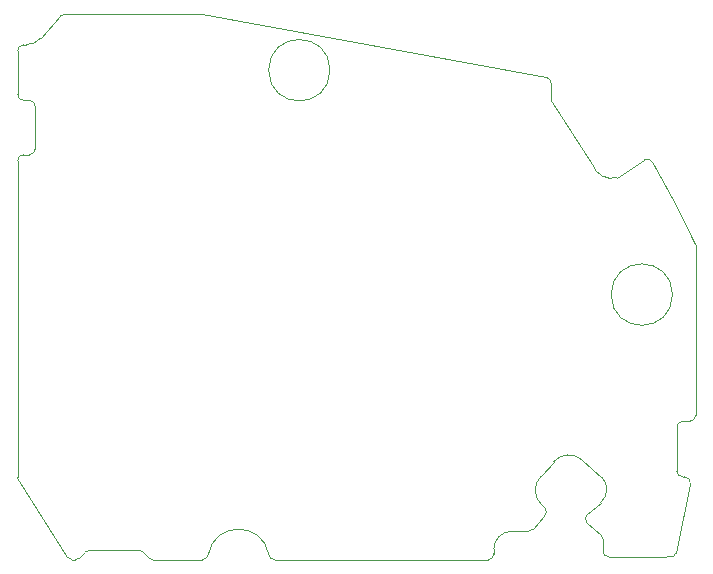
<source format=gbr>
%TF.GenerationSoftware,KiCad,Pcbnew,(6.0.6)*%
%TF.CreationDate,2023-05-08T04:54:07+09:00*%
%TF.ProjectId,128KB_64pin_Touch_R_halfduplex_x2,3132384b-425f-4363-9470-696e5f546f75,rev?*%
%TF.SameCoordinates,Original*%
%TF.FileFunction,Profile,NP*%
%FSLAX46Y46*%
G04 Gerber Fmt 4.6, Leading zero omitted, Abs format (unit mm)*
G04 Created by KiCad (PCBNEW (6.0.6)) date 2023-05-08 04:54:07*
%MOMM*%
%LPD*%
G01*
G04 APERTURE LIST*
%TA.AperFunction,Profile*%
%ADD10C,0.100000*%
%TD*%
G04 APERTURE END LIST*
D10*
X159157319Y-126440821D02*
X159157319Y-126840821D01*
X174614030Y-126734211D02*
X175805030Y-120926211D01*
X140123415Y-126924720D02*
G75*
G03*
X134979961Y-126941263I-2570365J-431710D01*
G01*
X163437338Y-123649209D02*
X162463338Y-124769209D01*
X174298906Y-104891635D02*
G75*
G03*
X174298906Y-104891635I-2600000J0D01*
G01*
X118845977Y-120362157D02*
X118845977Y-93542157D01*
X168398904Y-125604635D02*
G75*
G03*
X168231088Y-125230930I-499704J135D01*
G01*
X175155977Y-120322157D02*
X175315977Y-120322157D01*
X124923687Y-126536566D02*
X129109687Y-126536566D01*
X134457790Y-127336514D02*
G75*
G03*
X134979961Y-126941263I30910J501714D01*
G01*
X119345977Y-83742177D02*
G75*
G03*
X118845977Y-84242157I23J-500023D01*
G01*
X167034088Y-124189930D02*
X168231088Y-125230930D01*
X119845977Y-93042177D02*
G75*
G03*
X120345977Y-92542157I23J499977D01*
G01*
X129970251Y-127190002D02*
G75*
G03*
X130323793Y-127336460I353549J353502D01*
G01*
X171891938Y-93496896D02*
X169601938Y-94983896D01*
X118845977Y-87942157D02*
X118845977Y-84242157D01*
X120346043Y-88942157D02*
G75*
G03*
X119845977Y-88442157I-500043J-43D01*
G01*
X163174535Y-120252213D02*
X164224535Y-119045213D01*
X168358710Y-120384796D02*
X166622710Y-118875796D01*
X168898906Y-127091635D02*
X173263906Y-127091635D01*
X123464581Y-127336460D02*
X123709581Y-127336460D01*
X162083319Y-124940784D02*
G75*
G03*
X162463338Y-124769209I881J504684D01*
G01*
X167513990Y-93828190D02*
G75*
G03*
X169601938Y-94983896I1621810J466090D01*
G01*
X120345977Y-92542157D02*
X120345977Y-88942157D01*
X176255998Y-115120208D02*
X176255998Y-100673208D01*
X119345977Y-83742157D02*
X119543977Y-83742157D01*
X130323793Y-127336460D02*
X134457793Y-127336460D01*
X175805007Y-120926206D02*
G75*
G03*
X175315977Y-120322157I-489107J104006D01*
G01*
X163437308Y-123649175D02*
G75*
G03*
X163483881Y-122941000I-330808J377375D01*
G01*
X122813494Y-81150000D02*
X134426494Y-81150000D01*
X140616319Y-127340821D02*
X158657319Y-127340821D01*
X134426494Y-81150000D02*
X163597494Y-86485000D01*
X123043957Y-127106862D02*
G75*
G03*
X123464581Y-127336460I420443J270162D01*
G01*
X176256001Y-100673207D02*
G75*
G03*
X172614255Y-93690437I-81786601J-38213393D01*
G01*
X122813494Y-81150023D02*
G75*
G03*
X122435977Y-81322157I106J-500277D01*
G01*
X160657319Y-124940821D02*
X162083319Y-124940821D01*
X174655977Y-119822157D02*
X174655977Y-116122157D01*
X120828807Y-83157661D02*
X122435977Y-81322157D01*
X145298906Y-85891635D02*
G75*
G03*
X145298906Y-85891635I-2600000J0D01*
G01*
X173263906Y-127091635D02*
X174378906Y-127059635D01*
X167513970Y-93828195D02*
X164093970Y-88562195D01*
X164011830Y-86977606D02*
G75*
G03*
X163597494Y-86485000I-500230J-194D01*
G01*
X119345977Y-93042157D02*
X119845977Y-93042157D01*
X124063134Y-127190013D02*
X124570134Y-126683013D01*
X167081331Y-123482512D02*
X168213331Y-122498512D01*
X168213297Y-122498474D02*
G75*
G03*
X168358710Y-120384796I-985997J1129674D01*
G01*
X118845978Y-120362157D02*
G75*
G03*
X118926978Y-120634994I499522J-143D01*
G01*
X140123403Y-126924722D02*
G75*
G03*
X140616319Y-127340821I493097J84122D01*
G01*
X158657319Y-127340819D02*
G75*
G03*
X159157319Y-126840821I-19J500019D01*
G01*
X119345977Y-93042177D02*
G75*
G03*
X118845977Y-93542157I23J-500023D01*
G01*
X168398906Y-126591635D02*
X168398906Y-125604635D01*
X129463240Y-126683013D02*
X129970240Y-127190013D01*
X124923687Y-126536567D02*
G75*
G03*
X124570134Y-126683013I13J-500033D01*
G01*
X123709581Y-127336458D02*
G75*
G03*
X124063134Y-127190013I19J499958D01*
G01*
X175155977Y-115622177D02*
G75*
G03*
X174655977Y-116122157I23J-500023D01*
G01*
X119845977Y-88442157D02*
X119345977Y-88442157D01*
X168398865Y-126591635D02*
G75*
G03*
X168898906Y-127091635I500035J35D01*
G01*
X118846043Y-87942157D02*
G75*
G03*
X119345977Y-88442157I499957J-43D01*
G01*
X172614210Y-93690459D02*
G75*
G03*
X171891938Y-93496896I-446310J-221041D01*
G01*
X119543977Y-83742147D02*
G75*
G03*
X120828807Y-83157661I2623J1698647D01*
G01*
X164011823Y-86977606D02*
X164011823Y-88287606D01*
X175755998Y-115620198D02*
G75*
G03*
X176255998Y-115120208I2J499998D01*
G01*
X163483881Y-122941000D02*
X163257881Y-122744000D01*
X174656043Y-119822157D02*
G75*
G03*
X175155977Y-120322157I499957J-43D01*
G01*
X118926978Y-120634994D02*
X123043992Y-127106839D01*
X167081293Y-123482468D02*
G75*
G03*
X167034088Y-124189930I330107J-377332D01*
G01*
X163174483Y-120252161D02*
G75*
G03*
X163257881Y-122744000I1197417J-1207239D01*
G01*
X129463254Y-126682999D02*
G75*
G03*
X129109687Y-126536566I-353554J-353601D01*
G01*
X160657319Y-124940819D02*
G75*
G03*
X159157319Y-126440821I-19J-1499981D01*
G01*
X166622681Y-118875829D02*
G75*
G03*
X164224535Y-119045213I-1114381J-1283771D01*
G01*
X174378920Y-127059658D02*
G75*
G03*
X174614030Y-126734211I-255820J432458D01*
G01*
X164011849Y-88287606D02*
G75*
G03*
X164093970Y-88562195I500151J6D01*
G01*
X175755998Y-115620208D02*
X175155977Y-115622157D01*
M02*

</source>
